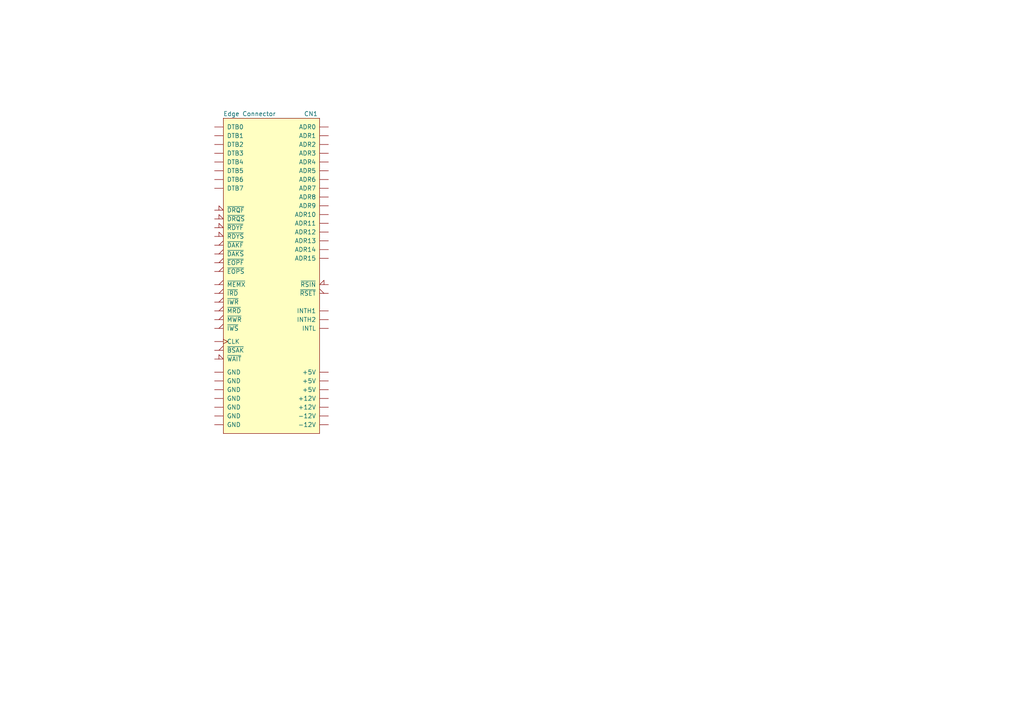
<source format=kicad_sch>
(kicad_sch (version 20211123) (generator eeschema)
  (paper "A4")
  (lib_symbols
    (symbol "QX10:QX10_Bus" (pin_numbers hide) (pin_names (offset 1.016))
      (property "Reference" "CN" (at 15.24 -3.81 0))
      (property "Value" "QX10_Bus" (at -3.81 -3.81 0))
      (symbol "QX10_Bus_0_1"
        (rectangle (start -8.89 -5.08) (end 19.05 -96.52) (fill (type background)))
      )
      (symbol "QX10_Bus_1_1"
        (pin power_out line (at -11.43 -78.74 0) (length 2.54) (name "GND") (number "1"))
        (pin bidirectional line (at -11.43 -25.4 0) (length 2.54) (name "DTB7") (number "10"))
        (pin power_out line (at 21.59 -91.44 180) (length 2.54) (name "-12V") (number "11"))
        (pin passive line (at 21.59 -93.98 180) (length 2.54) (name "-12V") (number "12"))
        (pin output line (at 21.59 -7.62 180) (length 2.54) (name "ADR0") (number "13"))
        (pin output line (at 21.59 -10.16 180) (length 2.54) (name "ADR1") (number "14"))
        (pin output line (at 21.59 -12.7 180) (length 2.54) (name "ADR2") (number "15"))
        (pin output line (at 21.59 -15.24 180) (length 2.54) (name "ADR3") (number "16"))
        (pin output line (at 21.59 -17.78 180) (length 2.54) (name "ADR4") (number "17"))
        (pin output line (at 21.59 -20.32 180) (length 2.54) (name "ADR5") (number "18"))
        (pin output line (at 21.59 -22.86 180) (length 2.54) (name "ADR6") (number "19"))
        (pin passive line (at -11.43 -81.28 0) (length 2.54) (name "GND") (number "2"))
        (pin output line (at 21.59 -25.4 180) (length 2.54) (name "ADR7") (number "20"))
        (pin output line (at 21.59 -27.94 180) (length 2.54) (name "ADR8") (number "21"))
        (pin output line (at 21.59 -30.48 180) (length 2.54) (name "ADR9") (number "22"))
        (pin output line (at 21.59 -33.02 180) (length 2.54) (name "ADR10") (number "23"))
        (pin output line (at 21.59 -35.56 180) (length 2.54) (name "ADR11") (number "24"))
        (pin output line (at 21.59 -38.1 180) (length 2.54) (name "ADR12") (number "25"))
        (pin output line (at 21.59 -40.64 180) (length 2.54) (name "ADR13") (number "26"))
        (pin output line (at 21.59 -43.18 180) (length 2.54) (name "ADR14") (number "27"))
        (pin output line (at 21.59 -45.72 180) (length 2.54) (name "ADR15") (number "28"))
        (pin passive line (at -11.43 -83.82 0) (length 2.54) (name "GND") (number "29"))
        (pin bidirectional line (at -11.43 -7.62 0) (length 2.54) (name "DTB0") (number "3"))
        (pin passive line (at -11.43 -86.36 0) (length 2.54) (name "GND") (number "30"))
        (pin output clock (at -11.43 -69.85 0) (length 2.54) (name "CLK") (number "31"))
        (pin passive line (at -11.43 -88.9 0) (length 2.54) (name "GND") (number "32"))
        (pin output output_low (at -11.43 -72.39 0) (length 2.54) (name "~{BSAK}") (number "33"))
        (pin output output_low (at -11.43 -53.34 0) (length 2.54) (name "~{MEMX}") (number "34"))
        (pin output output_low (at -11.43 -55.88 0) (length 2.54) (name "~{IRD}") (number "35"))
        (pin output output_low (at -11.43 -58.42 0) (length 2.54) (name "~{IWR}") (number "36"))
        (pin output output_low (at -11.43 -60.96 0) (length 2.54) (name "~{MRD}") (number "37"))
        (pin output output_low (at -11.43 -63.5 0) (length 2.54) (name "~{MWR}") (number "38"))
        (pin input input_low (at 21.59 -53.34 180) (length 2.54) (name "~{RSIN}") (number "39"))
        (pin bidirectional line (at -11.43 -10.16 0) (length 2.54) (name "DTB1") (number "4"))
        (pin input line (at 21.59 -60.96 180) (length 2.54) (name "INTH1") (number "40"))
        (pin input line (at 21.59 -63.5 180) (length 2.54) (name "INTH2") (number "41"))
        (pin input line (at 21.59 -66.04 180) (length 2.54) (name "INTL") (number "42"))
        (pin power_out line (at 21.59 -78.74 180) (length 2.54) (name "+5V") (number "43"))
        (pin output output_low (at 21.59 -55.88 180) (length 2.54) (name "~{RSET}") (number "44"))
        (pin passive line (at 21.59 -81.28 180) (length 2.54) (name "+5V") (number "45"))
        (pin passive line (at 21.59 -83.82 180) (length 2.54) (name "+5V") (number "46"))
        (pin input input_low (at -11.43 -31.75 0) (length 2.54) (name "~{DRQF}") (number "47"))
        (pin input input_low (at -11.43 -34.29 0) (length 2.54) (name "~{DRQS}") (number "48"))
        (pin input input_low (at -11.43 -36.83 0) (length 2.54) (name "~{RDYF}") (number "49"))
        (pin bidirectional line (at -11.43 -12.7 0) (length 2.54) (name "DTB2") (number "5"))
        (pin input input_low (at -11.43 -39.37 0) (length 2.54) (name "~{RDYS}") (number "50"))
        (pin input input_low (at -11.43 -74.93 0) (length 2.54) (name "~{WAIT}") (number "51"))
        (pin output output_low (at -11.43 -66.04 0) (length 2.54) (name "~{IWS}") (number "52"))
        (pin output output_low (at -11.43 -41.91 0) (length 2.54) (name "~{DAKF}") (number "53"))
        (pin output output_low (at -11.43 -44.45 0) (length 2.54) (name "~{DAKS}") (number "54"))
        (pin output output_low (at -11.43 -46.99 0) (length 2.54) (name "~{EOPF}") (number "55"))
        (pin output output_low (at -11.43 -49.53 0) (length 2.54) (name "~{EOPS}") (number "56"))
        (pin power_out line (at 21.59 -86.36 180) (length 2.54) (name "+12V") (number "57"))
        (pin passive line (at 21.59 -88.9 180) (length 2.54) (name "+12V") (number "58"))
        (pin passive line (at -11.43 -91.44 0) (length 2.54) (name "GND") (number "59"))
        (pin bidirectional line (at -11.43 -15.24 0) (length 2.54) (name "DTB3") (number "6"))
        (pin passive line (at -11.43 -93.98 0) (length 2.54) (name "GND") (number "60"))
        (pin bidirectional line (at -11.43 -17.78 0) (length 2.54) (name "DTB4") (number "7"))
        (pin bidirectional line (at -11.43 -20.32 0) (length 2.54) (name "DTB5") (number "8"))
        (pin bidirectional line (at -11.43 -22.86 0) (length 2.54) (name "DTB6") (number "9"))
      )
    )
  )
  (symbol (lib_id "QX10:QX10_Bus") (at 73.66 29.21 0) (unit 1)
    (property "Reference" "CN1" (at 90.17 33.02 0))
    (property "Value" "Edge Connector" (at 72.39 33.02 0))
    (property "Footprint" "qx10:BUS_QX10" (effects hide))
  )
)
</source>
